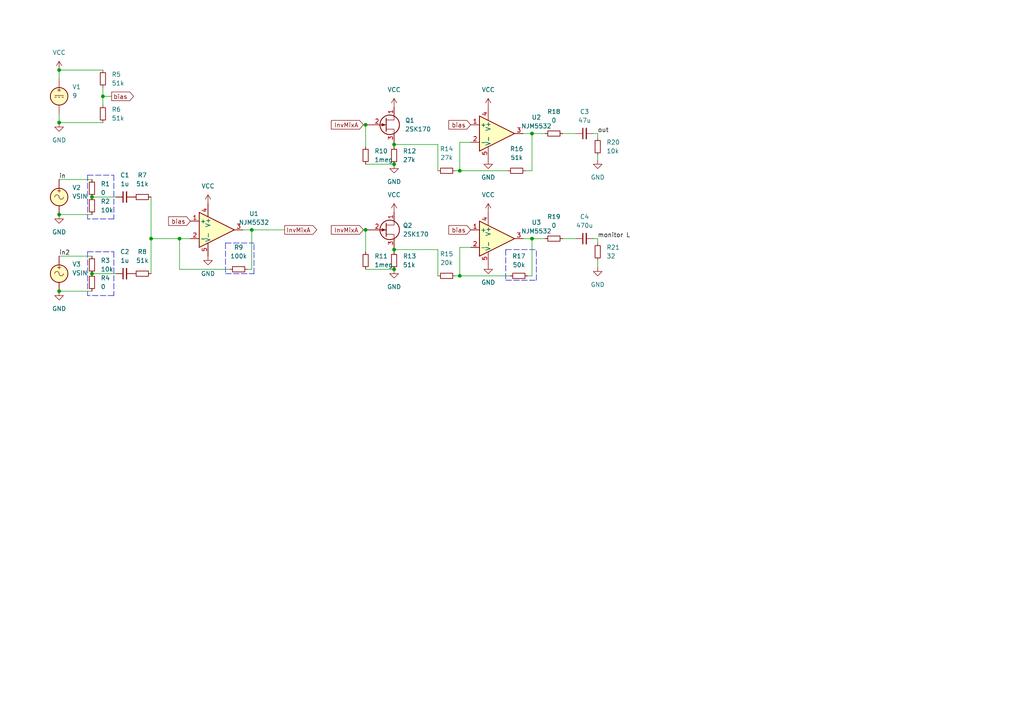
<source format=kicad_sch>
(kicad_sch (version 20211123) (generator eeschema)
  (paper "A4")
  (lib_symbols
    (symbol "Device:C_Small" (pin_numbers hide) (pin_names (offset 0.254) hide)
      (property "Reference" "C" (at 0.254 1.778 0))
      (property "Value" "C_Small" (at 0.254 -2.032 0))
      (symbol "C_Small_0_1"
        (polyline (pts (xy -1.524 -0.508) (xy 1.524 -0.508)) (stroke (width 0.3302)))
        (polyline (pts (xy -1.524 0.508) (xy 1.524 0.508)) (stroke (width 0.3048)))
      )
      (symbol "C_Small_1_1"
        (pin passive line (at 0 2.54 270) (length 2.032) (name "~") (number "1"))
        (pin passive line (at 0 -2.54 90) (length 2.032) (name "~") (number "2"))
      )
    )
    (symbol "Device:Q_NJFET_DGS" (pin_names (offset 0) hide)
      (property "Reference" "Q" (at 5.08 1.27 0))
      (property "Value" "Q_NJFET_DGS" (at 5.08 -1.27 0))
      (symbol "Q_NJFET_DGS_0_1"
        (polyline (pts (xy 0.254 1.905) (xy 0.254 -1.905) (xy 0.254 -1.905)) (stroke (width 0.254)))
        (polyline (pts (xy 2.54 -2.54) (xy 2.54 -1.27) (xy 0.254 -1.27)))
        (polyline (pts (xy 2.54 2.54) (xy 2.54 1.397) (xy 0.254 1.397)))
        (polyline (pts (xy 0 0) (xy -1.016 0.381) (xy -1.016 -0.381) (xy 0 0)) (fill (type outline)))
        (circle (center 1.27 0) (radius 2.8194) (stroke (width 0.254)))
      )
      (symbol "Q_NJFET_DGS_1_1"
        (pin passive line (at 2.54 5.08 270) (length 2.54) (name "D") (number "1"))
        (pin input line (at -5.08 0 0) (length 5.334) (name "G") (number "2"))
        (pin passive line (at 2.54 -5.08 90) (length 2.54) (name "S") (number "3"))
      )
    )
    (symbol "Device:R_Small" (pin_numbers hide) (pin_names (offset 0.254) hide)
      (property "Reference" "R" (at 0.762 0.508 0))
      (property "Value" "R_Small" (at 0.762 -1.016 0))
      (symbol "R_Small_0_1"
        (rectangle (start -0.762 1.778) (end 0.762 -1.778) (stroke (width 0.2032)))
      )
      (symbol "R_Small_1_1"
        (pin passive line (at 0 2.54 270) (length 0.762) (name "~") (number "1"))
        (pin passive line (at 0 -2.54 90) (length 0.762) (name "~") (number "2"))
      )
    )
    (symbol "Simulation_SPICE:VDC" (pin_numbers hide) (pin_names (offset 0.0254))
      (property "Reference" "V" (at 2.54 2.54 0))
      (property "Value" "VDC" (at 2.54 0 0))
      (property "Spice_Model" "dc(1)" (at 2.54 -2.54 0))
      (symbol "VDC_0_0"
        (polyline (pts (xy -1.27 0.254) (xy 1.27 0.254)))
        (polyline (pts (xy -0.762 -0.254) (xy -1.27 -0.254)))
        (polyline (pts (xy 0.254 -0.254) (xy -0.254 -0.254)))
        (polyline (pts (xy 1.27 -0.254) (xy 0.762 -0.254)))
        (text "+" (at 0 1.905 0) (effects (font (size 1.27 1.27))))
      )
      (symbol "VDC_0_1"
        (circle (center 0 0) (radius 2.54) (stroke (width 0.254)) (fill (type background)))
      )
      (symbol "VDC_1_1"
        (pin passive line (at 0 5.08 270) (length 2.54) (name "~") (number "1"))
        (pin passive line (at 0 -5.08 90) (length 2.54) (name "~") (number "2"))
      )
    )
    (symbol "Simulation_SPICE:VSIN" (pin_numbers hide) (pin_names (offset 0.0254))
      (property "Reference" "V" (at 2.54 2.54 0))
      (property "Value" "VSIN" (at 2.54 0 0))
      (property "Spice_Model" "sin(0 1 1k)" (at 2.54 -2.54 0))
      (symbol "VSIN_0_0"
        (arc (start 0 0) (mid -0.635 0.635) (end -1.27 0))
        (arc (start 0 0) (mid 0.635 -0.635) (end 1.27 0))
        (text "+" (at 0 1.905 0) (effects (font (size 1.27 1.27))))
      )
      (symbol "VSIN_0_1"
        (circle (center 0 0) (radius 2.54) (stroke (width 0.254)) (fill (type background)))
      )
      (symbol "VSIN_1_1"
        (pin passive line (at 0 5.08 270) (length 2.54) (name "~") (number "1"))
        (pin passive line (at 0 -5.08 90) (length 2.54) (name "~") (number "2"))
      )
    )
    (symbol "power:GND" (power) (pin_names (offset 0))
      (property "Value" "GND" (at 0 -3.81 0))
      (symbol "GND_0_1"
        (polyline (pts (xy 0 0) (xy 0 -1.27) (xy 1.27 -1.27) (xy 0 -2.54) (xy -1.27 -1.27) (xy 0 -1.27)))
      )
      (symbol "GND_1_1"
        (pin power_in line (at 0 0 270) (length 0) hide (name "GND") (number "1"))
      )
    )
    (symbol "power:VCC" (power) (pin_names (offset 0))
      (property "Value" "VCC" (at 0 3.81 0))
      (symbol "VCC_0_1"
        (polyline (pts (xy -0.762 1.27) (xy 0 2.54)))
        (polyline (pts (xy 0 0) (xy 0 2.54)))
        (polyline (pts (xy 0 2.54) (xy 0.762 1.27)))
      )
      (symbol "VCC_1_1"
        (pin power_in line (at 0 0 90) (length 0) hide (name "VCC") (number "1"))
      )
    )
    (symbol "pspice:OPAMP" (pin_names (offset 0.254))
      (property "Reference" "U" (at 3.81 3.175 0))
      (property "Value" "OPAMP" (at 3.81 -3.175 0))
      (symbol "OPAMP_0_1"
        (polyline (pts (xy 5.08 0) (xy -5.08 5.08) (xy -5.08 -5.08) (xy 5.08 0)) (stroke (width 0.254)) (fill (type background)))
      )
      (symbol "OPAMP_1_1"
        (pin input line (at -7.62 2.54 0) (length 2.54) (name "+") (number "1"))
        (pin input line (at -7.62 -2.54 0) (length 2.54) (name "-") (number "2"))
        (pin output line (at 7.62 0 180) (length 2.54) (name "~") (number "3"))
        (pin power_in line (at -2.54 7.62 270) (length 3.81) (name "V+") (number "4"))
        (pin power_in line (at -2.54 -7.62 90) (length 3.81) (name "V-") (number "5"))
      )
    )
  )
  (junction (at 114.3 41.91))
  (junction (at 106.045 66.675))
  (junction (at 106.045 36.195))
  (junction (at 114.3 72.39))
  (junction (at 154.305 69.215))
  (junction (at 29.845 27.94))
  (junction (at 73.025 66.675))
  (junction (at 26.67 57.15))
  (junction (at 17.145 84.455))
  (junction (at 114.3 47.625))
  (junction (at 43.815 69.215))
  (junction (at 17.145 62.23))
  (junction (at 114.3 78.105))
  (junction (at 133.35 80.01))
  (junction (at 52.07 69.215))
  (junction (at 17.145 35.56))
  (junction (at 17.145 20.32))
  (junction (at 26.67 79.375))
  (junction (at 154.305 38.735))
  (junction (at 133.35 49.53))
  (wire (pts (xy 70.485 66.675) (xy 73.025 66.675)))
  (wire (pts (xy 43.815 69.215) (xy 52.07 69.215)))
  (wire (pts (xy 17.145 62.23) (xy 26.67 62.23)))
  (wire (pts (xy 106.045 73.025) (xy 106.045 66.675)))
  (polyline (pts (xy 146.685 72.39) (xy 146.685 81.28)))
  (wire (pts (xy 173.355 75.565) (xy 173.355 77.47)))
  (wire (pts (xy 163.195 38.735) (xy 167.005 38.735)))
  (wire (pts (xy 133.35 71.755) (xy 136.525 71.755)))
  (wire (pts (xy 147.955 80.01) (xy 133.35 80.01)))
  (wire (pts (xy 29.845 25.4) (xy 29.845 27.94)))
  (wire (pts (xy 73.025 66.675) (xy 73.025 78.105)))
  (polyline (pts (xy 146.685 72.39) (xy 155.575 72.39)))
  (polyline (pts (xy 33.02 50.8) (xy 33.02 63.5)))
  (wire (pts (xy 26.67 79.375) (xy 33.655 79.375)))
  (wire (pts (xy 43.815 69.215) (xy 43.815 79.375)))
  (wire (pts (xy 151.765 38.735) (xy 154.305 38.735)))
  (wire (pts (xy 127 72.39) (xy 127 80.01)))
  (polyline (pts (xy 33.02 85.725) (xy 25.4 85.725)))
  (wire (pts (xy 163.195 69.215) (xy 167.005 69.215)))
  (wire (pts (xy 17.145 52.07) (xy 26.67 52.07)))
  (wire (pts (xy 105.41 66.675) (xy 106.045 66.675)))
  (wire (pts (xy 52.07 69.215) (xy 55.245 69.215)))
  (polyline (pts (xy 65.405 70.485) (xy 65.405 79.375)))
  (wire (pts (xy 173.355 38.735) (xy 172.085 38.735)))
  (wire (pts (xy 106.045 42.545) (xy 106.045 36.195)))
  (polyline (pts (xy 33.02 63.5) (xy 25.4 63.5)))
  (wire (pts (xy 127 41.91) (xy 127 49.53)))
  (polyline (pts (xy 25.4 73.025) (xy 25.4 85.725)))
  (wire (pts (xy 17.145 35.56) (xy 29.845 35.56)))
  (wire (pts (xy 114.3 73.025) (xy 114.3 72.39)))
  (wire (pts (xy 173.355 69.215) (xy 173.355 70.485)))
  (wire (pts (xy 106.045 36.195) (xy 106.68 36.195)))
  (polyline (pts (xy 146.685 81.28) (xy 155.575 81.28)))
  (polyline (pts (xy 25.4 50.8) (xy 25.4 63.5)))
  (wire (pts (xy 66.675 78.105) (xy 52.07 78.105)))
  (wire (pts (xy 154.305 38.735) (xy 158.115 38.735)))
  (wire (pts (xy 153.035 80.01) (xy 154.305 80.01)))
  (wire (pts (xy 29.845 27.94) (xy 29.845 30.48)))
  (wire (pts (xy 106.045 47.625) (xy 114.3 47.625)))
  (wire (pts (xy 152.4 49.53) (xy 154.305 49.53)))
  (polyline (pts (xy 25.4 73.025) (xy 33.02 73.025)))
  (wire (pts (xy 132.08 80.01) (xy 133.35 80.01)))
  (wire (pts (xy 52.07 69.215) (xy 52.07 78.105)))
  (wire (pts (xy 114.3 72.39) (xy 114.3 71.755)))
  (wire (pts (xy 17.145 20.32) (xy 29.845 20.32)))
  (wire (pts (xy 106.045 78.105) (xy 114.3 78.105)))
  (wire (pts (xy 154.305 69.215) (xy 154.305 80.01)))
  (polyline (pts (xy 25.4 50.8) (xy 33.02 50.8)))
  (polyline (pts (xy 155.575 81.28) (xy 155.575 72.39)))
  (wire (pts (xy 173.355 69.215) (xy 172.085 69.215)))
  (wire (pts (xy 17.145 84.455) (xy 26.67 84.455)))
  (wire (pts (xy 17.145 74.295) (xy 26.67 74.295)))
  (wire (pts (xy 154.305 49.53) (xy 154.305 38.735)))
  (wire (pts (xy 173.355 38.735) (xy 173.355 40.005)))
  (polyline (pts (xy 33.02 73.025) (xy 33.02 85.725)))
  (wire (pts (xy 17.145 33.02) (xy 17.145 35.56)))
  (wire (pts (xy 26.67 57.15) (xy 33.655 57.15)))
  (wire (pts (xy 132.08 49.53) (xy 133.35 49.53)))
  (wire (pts (xy 105.41 36.195) (xy 106.045 36.195)))
  (wire (pts (xy 173.355 45.085) (xy 173.355 46.355)))
  (wire (pts (xy 71.755 78.105) (xy 73.025 78.105)))
  (polyline (pts (xy 73.66 79.375) (xy 73.66 70.485)))
  (wire (pts (xy 114.3 41.91) (xy 127 41.91)))
  (polyline (pts (xy 65.405 79.375) (xy 73.66 79.375)))
  (wire (pts (xy 147.32 49.53) (xy 133.35 49.53)))
  (wire (pts (xy 106.045 66.675) (xy 106.68 66.675)))
  (wire (pts (xy 151.765 69.215) (xy 154.305 69.215)))
  (wire (pts (xy 73.025 66.675) (xy 82.55 66.675)))
  (wire (pts (xy 133.35 71.755) (xy 133.35 80.01)))
  (wire (pts (xy 114.3 41.91) (xy 114.3 41.275)))
  (wire (pts (xy 29.845 27.94) (xy 32.385 27.94)))
  (wire (pts (xy 133.35 41.275) (xy 136.525 41.275)))
  (wire (pts (xy 43.815 57.15) (xy 43.815 69.215)))
  (polyline (pts (xy 65.405 70.485) (xy 73.66 70.485)))
  (wire (pts (xy 114.3 72.39) (xy 127 72.39)))
  (wire (pts (xy 154.305 69.215) (xy 158.115 69.215)))
  (wire (pts (xy 133.35 49.53) (xy 133.35 41.275)))
  (wire (pts (xy 114.3 42.545) (xy 114.3 41.91)))
  (wire (pts (xy 17.145 20.32) (xy 17.145 22.86)))
  (label "monitor L" (at 173.355 69.215 0))
  (label "in" (at 17.145 52.07 0))
  (label "in2" (at 17.145 74.295 0))
  (label "out" (at 173.355 38.735 0))
  (global_label "InvMixA" (shape input) (at 105.41 36.195 180) (property "Intersheet References" "${INTERSHEET_REFS}" (effects hide)))
  (global_label "bias" (shape output) (at 32.385 27.94 0) (property "Intersheet References" "${INTERSHEET_REFS}" (effects hide)))
  (global_label "bias" (shape input) (at 136.525 66.675 180) (property "Intersheet References" "${INTERSHEET_REFS}" (effects hide)))
  (global_label "InvMixA" (shape input) (at 105.41 66.675 180) (property "Intersheet References" "${INTERSHEET_REFS}" (effects hide)))
  (global_label "InvMixA" (shape output) (at 82.55 66.675 0) (property "Intersheet References" "${INTERSHEET_REFS}" (effects hide)))
  (global_label "bias" (shape input) (at 55.245 64.135 180) (property "Intersheet References" "${INTERSHEET_REFS}" (effects hide)))
  (global_label "bias" (shape input) (at 136.525 36.195 180) (property "Intersheet References" "${INTERSHEET_REFS}" (effects hide)))
  (symbol (lib_id "power:GND") (at 173.355 77.47 0) (unit 1)
    (property "Reference" "#PWR016" (effects hide))
    (property "Value" "GND" (at 173.355 82.55 0))
  )
  (symbol (lib_id "Device:R_Small") (at 160.655 38.735 90) (unit 1)
    (property "Reference" "R18" (at 160.655 32.385 90))
    (property "Value" "0" (at 160.655 34.925 90))
    (property "Spice_Model" "0" (effects hide))
    (property "Spice_Netlist_Enabled" "Y" (effects hide))
  )
  (symbol (lib_id "Device:R_Small") (at 29.845 22.86 0) (unit 1)
    (property "Reference" "R5" (at 32.385 21.5899 0) (effects (justify left)))
    (property "Value" "51k" (at 32.385 24.1299 0) (effects (justify left)))
    (property "Spice_Model" "51k" (effects hide))
    (property "Spice_Netlist_Enabled" "Y" (effects hide))
  )
  (symbol (lib_id "Device:R_Small") (at 114.3 45.085 180) (unit 1)
    (property "Reference" "R12" (at 116.84 43.8149 0) (effects (justify right)))
    (property "Value" "27k" (at 116.84 46.3549 0) (effects (justify right)))
    (property "Spice_Model" "27k" (effects hide))
    (property "Spice_Netlist_Enabled" "Y" (effects hide))
  )
  (symbol (lib_id "Device:Q_NJFET_DGS") (at 111.76 36.195 0) (unit 1)
    (property "Reference" "Q1" (at 117.475 34.9249 0) (effects (justify left)))
    (property "Value" "2SK170" (at 117.475 37.4649 0) (effects (justify left)))
    (property "Spice_Primitive" "J" (effects hide))
    (property "Spice_Model" "2SK170BL" (effects hide))
    (property "Spice_Netlist_Enabled" "Y" (effects hide))
    (property "Spice_Lib_File" "spice\\2sk170bl.mod" (effects hide))
  )
  (symbol (lib_id "Device:R_Small") (at 173.355 73.025 180) (unit 1)
    (property "Reference" "R21" (at 175.895 71.7549 0) (effects (justify right)))
    (property "Value" "32" (at 175.895 74.2949 0) (effects (justify right)))
    (property "Spice_Model" "32" (effects hide))
    (property "Spice_Netlist_Enabled" "Y" (effects hide))
  )
  (symbol (lib_id "power:GND") (at 173.355 46.355 0) (unit 1)
    (property "Reference" "#PWR015" (effects hide))
    (property "Value" "GND" (at 173.355 51.435 0))
  )
  (symbol (lib_id "power:GND") (at 17.145 84.455 0) (unit 1)
    (property "Reference" "#PWR04" (effects hide))
    (property "Value" "GND" (at 17.145 89.535 0))
  )
  (symbol (lib_id "Simulation_SPICE:VSIN") (at 17.145 57.15 0) (unit 1)
    (property "Reference" "V2" (at 20.955 54.4201 0) (effects (justify left)))
    (property "Value" "VSIN" (at 20.955 56.9601 0) (effects (justify left)))
    (property "Spice_Netlist_Enabled" "Y" (effects hide))
    (property "Spice_Primitive" "V" (effects hide))
    (property "Spice_Model" "dc 0 ac 100m sin(0 100m 1k 0 0)" (at 14.605 48.26 0) (effects (justify left)))
  )
  (symbol (lib_id "Device:R_Small") (at 106.045 45.085 180) (unit 1)
    (property "Reference" "R10" (at 108.585 43.8149 0) (effects (justify right)))
    (property "Value" "1meg" (at 108.585 46.3549 0) (effects (justify right)))
    (property "Spice_Model" "1meg" (effects hide))
    (property "Spice_Netlist_Enabled" "Y" (effects hide))
  )
  (symbol (lib_id "power:VCC") (at 114.3 61.595 0) (unit 1)
    (property "Reference" "#PWR09" (effects hide))
    (property "Value" "VCC" (at 114.3 56.515 0))
  )
  (symbol (lib_id "power:VCC") (at 17.145 20.32 0) (unit 1)
    (property "Reference" "#PWR01" (effects hide))
    (property "Value" "VCC" (at 17.145 15.24 0))
  )
  (symbol (lib_id "Device:R_Small") (at 26.67 59.69 180) (unit 1)
    (property "Reference" "R2" (at 29.21 58.4199 0) (effects (justify right)))
    (property "Value" "10k" (at 29.21 60.9599 0) (effects (justify right)))
    (property "Spice_Model" "10k" (effects hide))
    (property "Spice_Netlist_Enabled" "Y" (effects hide))
  )
  (symbol (lib_id "power:VCC") (at 141.605 61.595 0) (unit 1)
    (property "Reference" "#PWR013" (effects hide))
    (property "Value" "VCC" (at 141.605 56.515 0))
  )
  (symbol (lib_id "Device:R_Small") (at 26.67 54.61 180) (unit 1)
    (property "Reference" "R1" (at 29.21 53.3399 0) (effects (justify right)))
    (property "Value" "0" (at 29.21 55.8799 0) (effects (justify right)))
    (property "Spice_Model" "0" (effects hide))
    (property "Spice_Netlist_Enabled" "Y" (effects hide))
  )
  (symbol (lib_id "power:GND") (at 114.3 47.625 0) (unit 1)
    (property "Reference" "#PWR08" (effects hide))
    (property "Value" "GND" (at 114.3 52.705 0))
  )
  (symbol (lib_id "Device:R_Small") (at 149.86 49.53 90) (unit 1)
    (property "Reference" "R16" (at 149.86 43.18 90))
    (property "Value" "51k" (at 149.86 45.72 90))
    (property "Spice_Model" "51k" (effects hide))
    (property "Spice_Primitive" "R" (effects hide))
    (property "Spice_Netlist_Enabled" "Y" (effects hide))
  )
  (symbol (lib_id "Device:R_Small") (at 173.355 42.545 180) (unit 1)
    (property "Reference" "R20" (at 175.895 41.2749 0) (effects (justify right)))
    (property "Value" "10k" (at 175.895 43.8149 0) (effects (justify right)))
    (property "Spice_Model" "10k" (effects hide))
    (property "Spice_Netlist_Enabled" "Y" (effects hide))
  )
  (symbol (lib_id "power:VCC") (at 141.605 31.115 0) (unit 1)
    (property "Reference" "#PWR011" (effects hide))
    (property "Value" "VCC" (at 141.605 26.035 0))
  )
  (symbol (lib_id "Device:R_Small") (at 41.275 57.15 270) (unit 1)
    (property "Reference" "R7" (at 41.275 50.8 90))
    (property "Value" "51k" (at 41.275 53.34 90))
    (property "Spice_Model" "51k" (effects hide))
    (property "Spice_Netlist_Enabled" "Y" (effects hide))
  )
  (symbol (lib_id "Simulation_SPICE:VSIN") (at 17.145 79.375 0) (unit 1)
    (property "Reference" "V3" (at 20.955 76.6451 0) (effects (justify left)))
    (property "Value" "VSIN" (at 20.955 79.1851 0) (effects (justify left)))
    (property "Spice_Netlist_Enabled" "Y" (effects hide))
    (property "Spice_Primitive" "V" (effects hide))
    (property "Spice_Model" "dc 0 ac 1 sin(0 1 400 0 0)" (at 14.605 70.485 0) (effects (justify left)))
  )
  (symbol (lib_id "Device:R_Small") (at 41.275 79.375 270) (unit 1)
    (property "Reference" "R8" (at 41.275 73.025 90))
    (property "Value" "51k" (at 41.275 75.565 90))
    (property "Spice_Model" "51k" (effects hide))
    (property "Spice_Netlist_Enabled" "Y" (effects hide))
  )
  (symbol (lib_id "power:VCC") (at 114.3 31.115 0) (unit 1)
    (property "Reference" "#PWR07" (effects hide))
    (property "Value" "VCC" (at 114.3 26.035 0))
  )
  (symbol (lib_id "Simulation_SPICE:VDC") (at 17.145 27.94 0) (unit 1)
    (property "Reference" "V1" (at 20.955 25.2101 0) (effects (justify left)))
    (property "Value" "VDC" (at 20.955 27.7501 0) (effects (justify left)))
    (property "Spice_Netlist_Enabled" "Y" (effects hide))
    (property "Spice_Primitive" "V" (effects hide))
    (property "Spice_Model" "dc 9" (at 20.955 30.2901 0) (effects (justify left)))
  )
  (symbol (lib_id "Device:R_Small") (at 150.495 80.01 90) (unit 1)
    (property "Reference" "R17" (at 150.495 74.295 90))
    (property "Value" "50k" (at 150.495 76.835 90))
    (property "Spice_Model" "50k" (effects hide))
    (property "Spice_Primitive" "R" (effects hide))
    (property "Spice_Netlist_Enabled" "Y" (effects hide))
  )
  (symbol (lib_id "Device:Q_NJFET_DGS") (at 111.76 66.675 0) (unit 1)
    (property "Reference" "Q2" (at 116.84 65.4049 0) (effects (justify left)))
    (property "Value" "2SK170" (at 116.84 67.9449 0) (effects (justify left)))
    (property "Spice_Primitive" "J" (effects hide))
    (property "Spice_Model" "2SK170BL" (effects hide))
    (property "Spice_Netlist_Enabled" "Y" (effects hide))
    (property "Spice_Lib_File" "spice\\2sk170bl.mod" (effects hide))
  )
  (symbol (lib_id "Device:R_Small") (at 129.54 80.01 90) (unit 1)
    (property "Reference" "R15" (at 129.54 73.66 90))
    (property "Value" "20k" (at 129.54 76.2 90))
    (property "Spice_Model" "20k" (effects hide))
    (property "Spice_Netlist_Enabled" "Y" (effects hide))
  )
  (symbol (lib_id "Device:R_Small") (at 106.045 75.565 180) (unit 1)
    (property "Reference" "R11" (at 108.585 74.2949 0) (effects (justify right)))
    (property "Value" "1meg" (at 108.585 76.8349 0) (effects (justify right)))
    (property "Spice_Model" "1meg" (effects hide))
    (property "Spice_Netlist_Enabled" "Y" (effects hide))
  )
  (symbol (lib_id "Device:C_Small") (at 36.195 79.375 90) (unit 1)
    (property "Reference" "C2" (at 36.2013 73.025 90))
    (property "Value" "1u" (at 36.2013 75.565 90))
    (property "Spice_Model" "1u" (effects hide))
    (property "Spice_Netlist_Enabled" "Y" (effects hide))
  )
  (symbol (lib_id "Device:R_Small") (at 26.67 76.835 180) (unit 1)
    (property "Reference" "R3" (at 29.21 75.5649 0) (effects (justify right)))
    (property "Value" "10k" (at 29.21 78.1049 0) (effects (justify right)))
    (property "Spice_Model" "10k" (effects hide))
    (property "Spice_Netlist_Enabled" "Y" (effects hide))
  )
  (symbol (lib_id "pspice:OPAMP") (at 144.145 38.735 0) (unit 1)
    (property "Reference" "U2" (at 155.575 34.036 0))
    (property "Value" "NJM5532" (at 155.575 36.576 0))
    (property "Spice_Primitive" "X" (effects hide))
    (property "Spice_Model" "NJM5532_SUB" (effects hide))
    (property "Spice_Netlist_Enabled" "Y" (effects hide))
    (property "Spice_Node_Sequence" "1,2,4,5,3" (effects hide))
    (property "Spice_Lib_File" "spice\\njm5532.mod" (effects hide))
  )
  (symbol (lib_id "Device:R_Small") (at 29.845 33.02 0) (unit 1)
    (property "Reference" "R6" (at 32.385 31.7499 0) (effects (justify left)))
    (property "Value" "51k" (at 32.385 34.2899 0) (effects (justify left)))
    (property "Spice_Model" "51k" (effects hide))
    (property "Spice_Netlist_Enabled" "Y" (effects hide))
  )
  (symbol (lib_id "power:GND") (at 114.3 78.105 0) (unit 1)
    (property "Reference" "#PWR010" (effects hide))
    (property "Value" "GND" (at 114.3 83.185 0))
  )
  (symbol (lib_id "power:VCC") (at 60.325 59.055 0) (unit 1)
    (property "Reference" "#PWR05" (effects hide))
    (property "Value" "VCC" (at 60.325 53.975 0))
  )
  (symbol (lib_id "Device:C_Small") (at 169.545 38.735 90) (unit 1)
    (property "Reference" "C3" (at 169.5513 32.385 90))
    (property "Value" "47u" (at 169.5513 34.925 90))
    (property "Spice_Model" "47u" (effects hide))
    (property "Spice_Netlist_Enabled" "Y" (effects hide))
  )
  (symbol (lib_id "Device:R_Small") (at 114.3 75.565 180) (unit 1)
    (property "Reference" "R13" (at 116.84 74.2949 0) (effects (justify right)))
    (property "Value" "51k" (at 116.84 76.8349 0) (effects (justify right)))
    (property "Spice_Model" "51k" (effects hide))
    (property "Spice_Netlist_Enabled" "Y" (effects hide))
  )
  (symbol (lib_id "power:GND") (at 60.325 74.295 0) (unit 1)
    (property "Reference" "#PWR06" (effects hide))
    (property "Value" "GND" (at 60.325 79.375 0))
  )
  (symbol (lib_id "power:GND") (at 17.145 62.23 0) (unit 1)
    (property "Reference" "#PWR03" (effects hide))
    (property "Value" "GND" (at 17.145 67.31 0))
  )
  (symbol (lib_id "pspice:OPAMP") (at 62.865 66.675 0) (unit 1)
    (property "Reference" "U1" (at 73.66 61.976 0))
    (property "Value" "NJM5532" (at 73.66 64.516 0))
    (property "Spice_Primitive" "X" (effects hide))
    (property "Spice_Model" "NJM5532_SUB" (effects hide))
    (property "Spice_Netlist_Enabled" "Y" (effects hide))
    (property "Spice_Node_Sequence" "1,2,4,5,3" (effects hide))
    (property "Spice_Lib_File" "spice\\njm5532.mod" (effects hide))
  )
  (symbol (lib_id "Device:C_Small") (at 36.195 57.15 90) (unit 1)
    (property "Reference" "C1" (at 36.2013 50.8 90))
    (property "Value" "1u" (at 36.2013 53.34 90))
    (property "Spice_Model" "1u" (effects hide))
    (property "Spice_Netlist_Enabled" "Y" (effects hide))
  )
  (symbol (lib_id "Device:R_Small") (at 160.655 69.215 90) (unit 1)
    (property "Reference" "R19" (at 160.655 62.865 90))
    (property "Value" "0" (at 160.655 65.405 90))
    (property "Spice_Model" "0" (effects hide))
    (property "Spice_Netlist_Enabled" "Y" (effects hide))
  )
  (symbol (lib_id "power:GND") (at 141.605 76.835 0) (unit 1)
    (property "Reference" "#PWR014" (effects hide))
    (property "Value" "GND" (at 141.605 81.915 0))
  )
  (symbol (lib_id "Device:R_Small") (at 26.67 81.915 180) (unit 1)
    (property "Reference" "R4" (at 29.21 80.6449 0) (effects (justify right)))
    (property "Value" "0" (at 29.21 83.1849 0) (effects (justify right)))
    (property "Spice_Model" "0" (effects hide))
    (property "Spice_Netlist_Enabled" "Y" (effects hide))
  )
  (symbol (lib_id "Device:C_Small") (at 169.545 69.215 90) (unit 1)
    (property "Reference" "C4" (at 169.5513 62.865 90))
    (property "Value" "470u" (at 169.5513 65.405 90))
    (property "Spice_Model" "470u" (effects hide))
    (property "Spice_Netlist_Enabled" "Y" (effects hide))
  )
  (symbol (lib_id "power:GND") (at 17.145 35.56 0) (unit 1)
    (property "Reference" "#PWR02" (effects hide))
    (property "Value" "GND" (at 17.145 40.64 0))
  )
  (symbol (lib_id "pspice:OPAMP") (at 144.145 69.215 0) (unit 1)
    (property "Reference" "U3" (at 155.575 64.516 0))
    (property "Value" "NJM5532" (at 155.575 67.056 0))
    (property "Spice_Primitive" "X" (effects hide))
    (property "Spice_Model" "NJM5532_SUB" (effects hide))
    (property "Spice_Netlist_Enabled" "Y" (effects hide))
    (property "Spice_Lib_File" "spice\\njm5532.mod" (effects hide))
    (property "Spice_Node_Sequence" "1,2,4,5,3" (effects hide))
  )
  (symbol (lib_id "power:GND") (at 141.605 46.355 0) (unit 1)
    (property "Reference" "#PWR012" (effects hide))
    (property "Value" "GND" (at 141.605 51.435 0))
  )
  (symbol (lib_id "Device:R_Small") (at 69.215 78.105 90) (unit 1)
    (property "Reference" "R9" (at 69.215 71.755 90))
    (property "Value" "100k" (at 69.215 74.295 90))
    (property "Spice_Model" "100k" (effects hide))
    (property "Spice_Primitive" "R" (effects hide))
    (property "Spice_Netlist_Enabled" "Y" (effects hide))
  )
  (symbol (lib_id "Device:R_Small") (at 129.54 49.53 90) (unit 1)
    (property "Reference" "R14" (at 129.54 43.18 90))
    (property "Value" "27k" (at 129.54 45.72 90))
    (property "Spice_Model" "27k" (effects hide))
    (property "Spice_Netlist_Enabled" "Y" (effects hide))
  )
)
</source>
